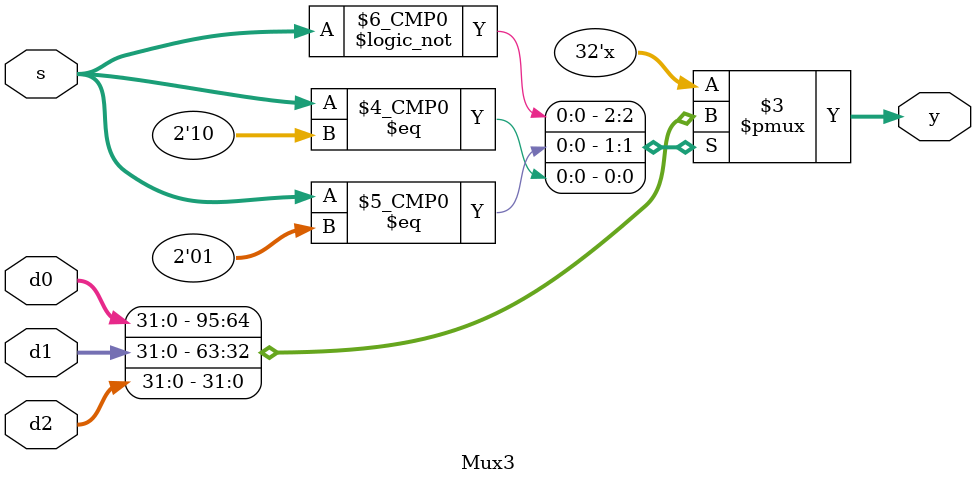
<source format=v>
`timescale 1ns / 1ps
module Mux3(
    input [31:0] d0, d1, d2,
    input [1:0] s,
    output reg [31:0] y
);
    always @(*) begin
        case(s)
            2'b00: y = d0;
            2'b01: y = d1;
            2'b10: y = d2;
            default: y = 32'bx;
        endcase
    end
endmodule

</source>
